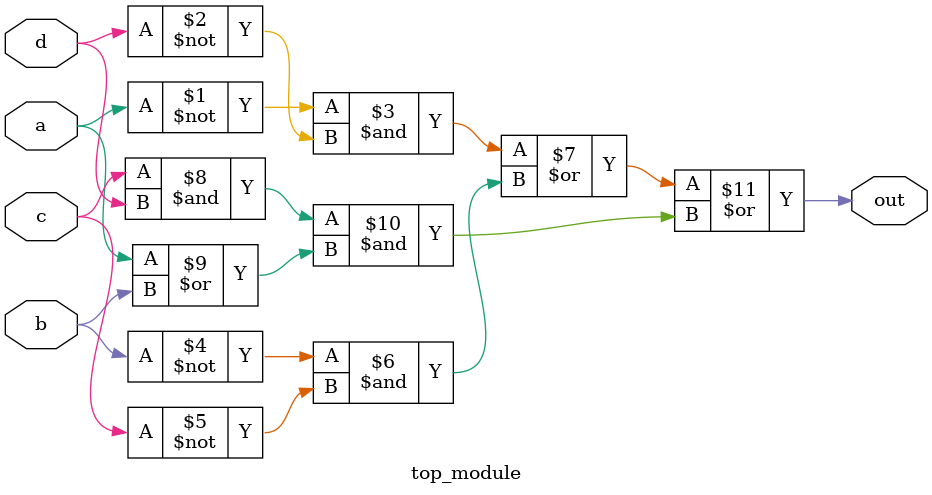
<source format=v>
module top_module(
    input a,
    input b,
    input c,
    input d,
    output out  ); 
    assign out = (~a&(~d)) | (~b&(~c)) | (c&d&(a|b));

endmodule

</source>
